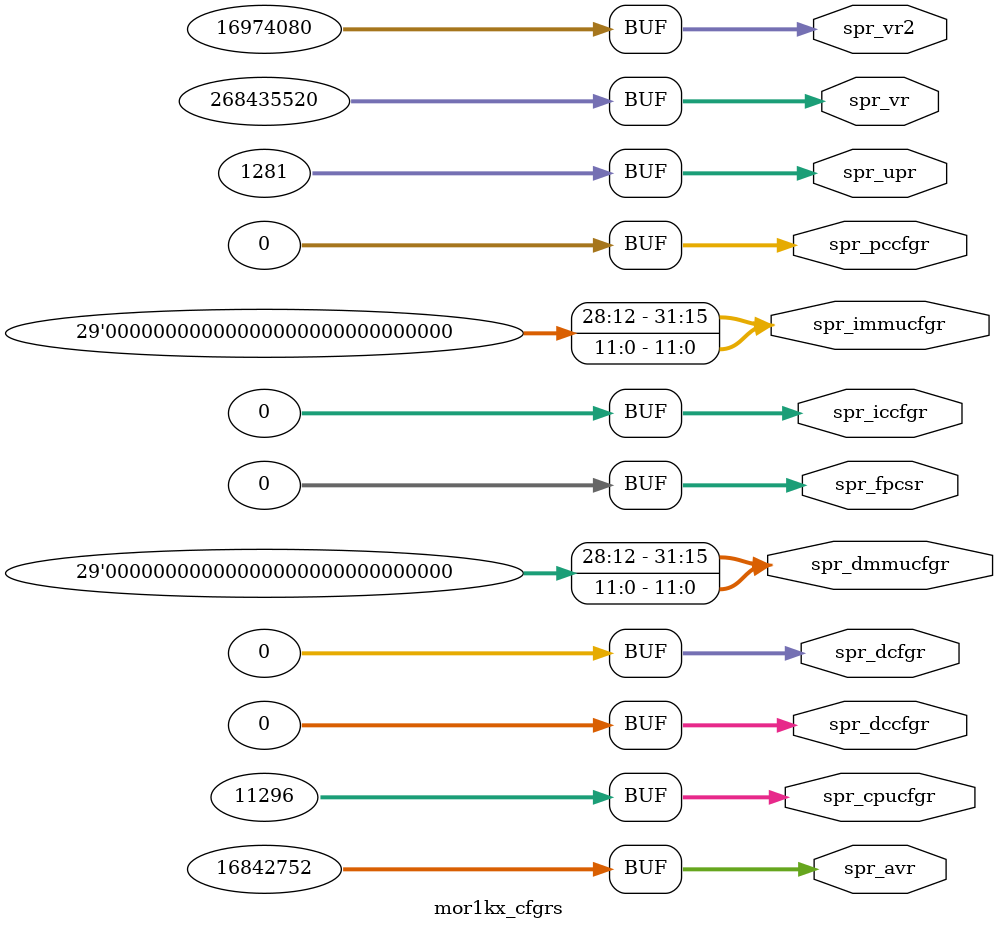
<source format=v>
/* ****************************************************************************
  This Source Code Form is subject to the terms of the
  Open Hardware Description License, v. 1.0. If a copy
  of the OHDL was not distributed with this file, You
  can obtain one at http://juliusbaxter.net/ohdl/ohdl.txt

  Description: mor1kx SPRs indicating configuration and version

  All registers are read only and configured at synthesis time.

  Note that the outputs do not have the usual "_o" prefix on the port names
  as this module is intended to be instantiated without a Verilog-mode
  AUTO_TEMPLATE, and as the module is providing read-only signals, there's
  no confusion about the direction of the ports.

  Copyright (C) 2012 Authors

  Author(s): Julius Baxter <juliusbaxter@gmail.com>

***************************************************************************** */

//`include "mor1kx-defines.v"
 `timescale     1ns/1ps
/* ****************************************************************************
  This Source Code Form is subject to the terms of the
  Open Hardware Description License, v. 1.0. If a copy
  of the OHDL was not distributed with this file, You
  can obtain one at http://juliusbaxter.net/ohdl/ohdl.txt

  Description: mor1kx defines

  Copyright (C) 2012 Authors

  Author(s): Julius Baxter <juliusbaxter@gmail.com>

***************************************************************************** */



/* ****************************************************************************
  This Source Code Form is subject to the terms of the
  Open Hardware Description License, v. 1.0. If a copy
  of the OHDL was not distributed with this file, You
  can obtain one at http://juliusbaxter.net/ohdl/ohdl.txt

  Description: SPR definitions

  Copyright (C) 2012 Authors

  Author(s): Julius Baxter <juliusbaxter@gmail.com>

***************************************************************************** */
`define SPR_BASE(x)   (x/(2**11))
`define SPR_OFFSET(x) (x%(2**11))

//
// Addresses
//
`define OR1K_SPR_SYS_BASE       {5'd0}
`define OR1K_SPR_VR_ADDR        {5'd0,11'd0}
`define OR1K_SPR_UPR_ADDR       {5'd0,11'd1}
`define OR1K_SPR_CPUCFGR_ADDR   {5'd0,11'd2}
`define OR1K_SPR_DMMUCFGR_ADDR  {5'd0,11'd3}
`define OR1K_SPR_IMMUCFGR_ADDR  {5'd0,11'd4}
`define OR1K_SPR_DCCFGR_ADDR    {5'd0,11'd5}
`define OR1K_SPR_ICCFGR_ADDR    {5'd0,11'd6}
`define OR1K_SPR_DCFGR_ADDR     {5'd0,11'd7}
`define OR1K_SPR_PCCFGR_ADDR    {5'd0,11'd8}
`define OR1K_SPR_VR2_ADDR       {5'd0,11'd9}
`define OR1K_SPR_AVR_ADDR       {5'd0,11'd10}
`define OR1K_SPR_EVBAR_ADDR     {5'd0,11'd11}
`define OR1K_SPR_AECR_ADDR      {5'd0,11'd12}
`define OR1K_SPR_AESR_ADDR      {5'd0,11'd13}
`define OR1K_SPR_NPC_ADDR       {5'd0,11'd16}
`define OR1K_SPR_SR_ADDR        {5'd0,11'd17}
`define OR1K_SPR_PPC_ADDR       {5'd0,11'd18}
`define OR1K_SPR_FPCSR_ADDR     {5'd0,11'd20}
`define OR1K_SPR_ISR0_ADDR      {5'd0,11'd21}
`define OR1K_SPR_EPCR0_ADDR     {5'd0,11'd32}
`define OR1K_SPR_EEAR0_ADDR     {5'd0,11'd48}
`define OR1K_SPR_ESR0_ADDR      {5'd0,11'd64}
`define OR1K_SPR_COREID_ADDR    {5'd0,11'd128}
`define OR1K_SPR_NUMCORES_ADDR  {5'd0,11'd129}
`define OR1K_SPR_GPR0_ADDR      {5'd0,11'd1024}

`define OR1K_SPR_DMMU_BASE      {5'd1}
`define OR1K_SPR_DMMUCR_ADDR    {5'd1,11'd0}
`define OR1K_SPR_DMMUPR_ADDR    {5'd1,11'd1}
`define OR1K_SPR_DTLBEIR_ADDR   {5'd1,11'd2}
`define OR1K_SPR_DATBMR0_ADDR   {5'd1,11'd4}
`define OR1K_SPR_DATBTR0_ADDR   {5'd1,11'd8}
`define OR1K_SPR_DTLBW0MR0_ADDR {5'd1,11'd512}
`define OR1K_SPR_DTLBW0TR0_ADDR {5'd1,11'd640}
`define OR1K_SPR_DTLBW1MR0_ADDR {5'd1,11'd768}
`define OR1K_SPR_DTLBW1TR0_ADDR {5'd1,11'd896}
`define OR1K_SPR_DTLBW2MR0_ADDR {5'd1,11'd1024}
`define OR1K_SPR_DTLBW2TR0_ADDR {5'd1,11'd1152}
`define OR1K_SPR_DTLBW3MR0_ADDR {5'd1,11'd1280}
`define OR1K_SPR_DTLBW3TR0_ADDR {5'd1,11'd1408}

`define OR1K_SPR_IMMU_BASE      {5'd2}
`define OR1K_SPR_IMMUCR_ADDR    {5'd2,11'd0}
`define OR1K_SPR_IMMUPR_ADDR    {5'd2,11'd1}
`define OR1K_SPR_ITLBEIR_ADDR   {5'd2,11'd2}
`define OR1K_SPR_IATBMR0_ADDR   {5'd2,11'd4}
`define OR1K_SPR_IATBTR0_ADDR   {5'd2,11'd8}
`define OR1K_SPR_ITLBW0MR0_ADDR {5'd2,11'd512}
`define OR1K_SPR_ITLBW0TR0_ADDR {5'd2,11'd640}
`define OR1K_SPR_ITLBW1MR0_ADDR {5'd2,11'd768}
`define OR1K_SPR_ITLBW1TR0_ADDR {5'd2,11'd896}
`define OR1K_SPR_ITLBW2MR0_ADDR {5'd2,11'd1024}
`define OR1K_SPR_ITLBW2TR0_ADDR {5'd2,11'd1152}
`define OR1K_SPR_ITLBW3MR0_ADDR {5'd2,11'd1280}
`define OR1K_SPR_ITLBW3TR0_ADDR {5'd2,11'd1408}

`define OR1K_SPR_DC_BASE        {5'd3}
`define OR1K_SPR_DCCR_ADDR      {5'd3,11'd0}
`define OR1K_SPR_DCBPR_ADDR     {5'd3,11'd1}
`define OR1K_SPR_DCBFR_ADDR     {5'd3,11'd2}
`define OR1K_SPR_DCBIR_ADDR     {5'd3,11'd3}
`define OR1K_SPR_DCBWR_ADDR     {5'd3,11'd4}
`define OR1K_SPR_DCBLR_ADDR     {5'd3,11'd5}

`define OR1K_SPR_IC_BASE        {5'd4}
`define OR1K_SPR_ICCR_ADDR      {5'd4,11'd0}
`define OR1K_SPR_ICBPR_ADDR     {5'd4,11'd1}
`define OR1K_SPR_ICBIR_ADDR     {5'd4,11'd2}
`define OR1K_SPR_ICBLR_ADDR     {5'd4,11'd3}

`define OR1K_SPR_MAC_BASE       {5'd5}
`define OR1K_SPR_MACLO_ADDR     {5'd5,11'd1}
`define OR1K_SPR_MACHI_ADDR     {5'd5,11'd2}

`define OR1K_SPR_DU_BASE        {5'd6}
`define OR1K_SPR_DVR0_ADDR      {5'd6,11'd0}
`define OR1K_SPR_DCR0_ADDR      {5'd6,11'd8}
`define OR1K_SPR_DMR1_ADDR      {5'd6,11'd16}
`define OR1K_SPR_DMR2_ADDR      {5'd6,11'd17}
`define OR1K_SPR_DCWR0_ADDR     {5'd6,11'd18}
`define OR1K_SPR_DSR_ADDR       {5'd6,11'd20}
`define OR1K_SPR_DRR_ADDR       {5'd6,11'd21}

`define OR1K_SPR_PC_BASE        {5'd7}
`define OR1K_SPR_PCCR0_ADDR     {5'd7,11'd0}
`define OR1K_SPR_PCMR0_ADDR     {5'd7,11'd8}

`define OR1K_SPR_PM_BASE        {5'd8}
`define OR1K_SPR_PMR_ADDR       {5'd8,11'd0}

`define OR1K_SPR_PIC_BASE       {5'd9}
`define OR1K_SPR_PICMR_ADDR     {5'd9,11'd0}
`define OR1K_SPR_PICSR_ADDR     {5'd9,11'd2}

`define OR1K_SPR_TT_BASE        {5'd10}
`define OR1K_SPR_TTMR_ADDR      {5'd10,11'd0}
`define OR1K_SPR_TTCR_ADDR      {5'd10,11'd1}

`define OR1K_SPR_FPU_BASE       {5'd11}

//
// Register bit defines
//

// Supervision Register
`define OR1K_SPR_SR_SM     0  /* Supervisor mode */
`define OR1K_SPR_SR_TEE    1  /* Timer exception enable */
`define OR1K_SPR_SR_IEE    2  /* Interrupt exception enable */
`define OR1K_SPR_SR_DCE    3  /* Data cache enable */
`define OR1K_SPR_SR_ICE    4  /* Instruction cache enable */
`define OR1K_SPR_SR_DME    5  /* Data MMU enable */
`define OR1K_SPR_SR_IME    6  /* Instruction MMU enable */
`define OR1K_SPR_SR_LEE    7  /* Little-endian enable */
`define OR1K_SPR_SR_CE     8  /* CID enable */
`define OR1K_SPR_SR_F      9  /* Flag */
`define OR1K_SPR_SR_CY    10  /* Carry flag */
`define OR1K_SPR_SR_OV    11  /* Overflow flag */
`define OR1K_SPR_SR_OVE   12  /* Overflow exception enable */
`define OR1K_SPR_SR_DSX   13  /* Delay slot exception */
`define OR1K_SPR_SR_EPH   14  /* Exception prefix high */
`define OR1K_SPR_SR_FO    15  /* Fixed to one */
`define OR1K_SPR_SR_SUMRA 16  /* SPR user read mode access */
`define OR1K_SPR_SR_RESERVED 27:17 /* Reserved */
`define OR1K_SPR_SR_CID      31:28 /* Context ID */

// Version register - DEPRECATED
`define OR1K_SPR_VR_REV   5:0  /* Revision */
`define OR1K_SPR_VR_UVRP  6  /* Updated Version Registers Present */
`define OR1K_SPR_VR_RESERVED 15:7 /* Reserved */
`define OR1K_SPR_VR_CFG   23:16  /* Configuration Template */
`define OR1K_SPR_VR_VER   31:24  /* Version */


// Unit Present register
`define OR1K_SPR_UPR_UP    0
`define OR1K_SPR_UPR_DCP   1
`define OR1K_SPR_UPR_ICP   2
`define OR1K_SPR_UPR_DMP   3
`define OR1K_SPR_UPR_IMP   4
`define OR1K_SPR_UPR_MP    5
`define OR1K_SPR_UPR_DUP   6
`define OR1K_SPR_UPR_PCUP  7
`define OR1K_SPR_UPR_PICP  8
`define OR1K_SPR_UPR_PMP   9
`define OR1K_SPR_UPR_TTP  10
`define OR1K_SPR_UPR_RESERVED 23:11
`define OR1K_SPR_UPR_CUP   31:24

// CPU Configuration register
`define OR1K_SPR_CPUCFGR_NSGF   3:0 /* Number of shadow GPRs */
`define OR1K_SPR_CPUCFGR_CFG    4
`define OR1K_SPR_CPUCFGR_OB32S  5
`define OR1K_SPR_CPUCFGR_OB64S  6
`define OR1K_SPR_CPUCFGR_OF32S  7
`define OR1K_SPR_CPUCFGR_OF64S  8
`define OR1K_SPR_CPUCFGR_OV64S  9
`define OR1K_SPR_CPUCFGR_ND     10 /* No delay-slot implementation */
`define OR1K_SPR_CPUCFGR_AVRP   11 /* Arch. version registers */
`define OR1K_SPR_CPUCFGR_EVBARP 12 /* Exception vector base addr reg */
`define OR1K_SPR_CPUCFGR_ISRP   13 /* Implementation specific regs */
`define OR1K_SPR_CPUCFGR_AECSRP 14 /* Arith. exception regs */
`define OR1K_SPR_CPUCFGR_RESERVED 31:15

// Version register 2 (new with OR1K 1.0)
`define OR1K_SPR_VR2_VER 23:0
`define OR1K_SPR_VR2_CPUID 31:24

// Architecture Version register
`define OR1K_SPR_AVR_RESERVED 7:0
`define OR1K_SPR_AVR_REV 15:8
`define OR1K_SPR_AVR_MIN 23:16
`define OR1K_SPR_AVR_MAJ 31:24

// Exception Vector Base Address register
`define OR1K_SPR_EVBAR_RESERVED 12:0
`define OR1K_SPR_EVBAR_EVBA 31:13

// Arithmetic Exception Control register
`define OR1K_SPR_AECR_CYADDE    0
`define OR1K_SPR_AECR_OVADDE    1
`define OR1K_SPR_AECR_CYMULE    2
`define OR1K_SPR_AECR_OVMULE    3
`define OR1K_SPR_AECR_DBZE      4
`define OR1K_SPR_AECR_CYMACADDE 5
`define OR1K_SPR_AECR_OVMACADDE 6
`define OR1K_SPR_AECR_RESERVED  31:7

// Arithmetic Exception Status register
`define OR1K_SPR_AESR_CYADDE    0
`define OR1K_SPR_AESR_OVADDE    1
`define OR1K_SPR_AESR_CYMULE    2
`define OR1K_SPR_AESR_OVMULE    3
`define OR1K_SPR_AESR_DBZE      4
`define OR1K_SPR_AESR_CYMACADDE 5
`define OR1K_SPR_AESR_OVMACADDE 6
`define OR1K_SPR_AESR_RESERVED  31:7

// Tick timer registers
`define OR1K_SPR_TTMR_TP   27:0 /* Time period */
`define OR1K_SPR_TTMR_IP   28   /* Interrupt pending */
`define OR1K_SPR_TTMR_IE   29   /* Interrupt enable */
`define OR1K_SPR_TTMR_M    31:30 /* Mode */
// Tick timer mode values
`define OR1K_SPR_TTMR_M_DIS 2'b00  /* Disabled */
`define OR1K_SPR_TTMR_M_RST 2'b01  /* Restart-on-match mode */
`define OR1K_SPR_TTMR_M_STP 2'b10  /* Stop-on-match mode */
`define OR1K_SPR_TTMR_M_CNT 2'b11  /* Continue counting mode */

// Data Cache Configuration register
`define OR1K_SPR_DCCFGR_NCW   2:0 /* Number of Cache Ways */
`define OR1K_SPR_DCCFGR_NCS   6:3 /* Number of Cache Sets */
`define OR1K_SPR_DCCFGR_CBS   7   /* Cache Block Size */
`define OR1K_SPR_DCCFGR_CWS   8   /* Cache Write Strategy */
`define OR1K_SPR_DCCFGR_CCRI  9   /* Cache Control Register Implemented */
`define OR1K_SPR_DCCFGR_CBIRI 10  /* Cache Block Invalidate Register Implemented */
`define OR1K_SPR_DCCFGR_CBPRI 11  /* Cache Block Prefetch Register Implemented */
`define OR1K_SPR_DCCFGR_CBLRI 12  /* Cache Block Lock Register Implemented */
`define OR1K_SPR_DCCFGR_CBFRI 13  /* Cache Block Flush Register Implemented */
`define OR1K_SPR_DCCFGR_CBWBRI 14 /* Cache Block Write-Back Register Implemented */

// Instruction Cache Configuration register
`define OR1K_SPR_ICCFGR_NCW   2:0 /* Number of Cache Ways */
`define OR1K_SPR_ICCFGR_NCS   6:3 /* Number of Cache Sets */
`define OR1K_SPR_ICCFGR_CBS   7   /* Cache Block Size */
`define OR1K_SPR_ICCFGR_CCRI  9   /* Cache Control Register Implemented */
`define OR1K_SPR_ICCFGR_CBIRI 10  /* Cache Block Invalidate Register Implemented */
`define OR1K_SPR_ICCFGR_CBPRI 11  /* Cache Block Prefetch Register Implemented */
`define OR1K_SPR_ICCFGR_CBLRI 12  /* Cache Block Lock Register Implemented */

// Data MMU Configuration register
`define OR1K_SPR_DMMUFGR_NTW   1:0 /* Number of TLB ways */
`define OR1K_SPR_DMMUFGR_NTS   4:2 /* Number of TLB sets */
`define OR1K_SPR_DMMUFGR_NAE   7:5 /* Number of ATB entries */
`define OR1K_SPR_DMMUFGR_CRI   8   /* Control Register Implemented */
`define OR1K_SPR_DMMUFGR_PRI   9   /* Protection Register Implemented */
`define OR1K_SPR_DMMUFGR_TEIRI 10  /* TLB Entry Invalidate Register Implemented */
`define OR1K_SPR_DMMUFGR_HTR   11  /* Hardware TLB Reload */

// Instruction MMU Configuration register
`define OR1K_SPR_IMMUFGR_NTW   1:0 /* Number of TLB ways */
`define OR1K_SPR_IMMUFGR_NTS   4:2 /* Number of TLB sets */
`define OR1K_SPR_IMMUFGR_NAE   7:5 /* Number of ATB entries */
`define OR1K_SPR_IMMUFGR_CRI   8   /* Control Register Implemented */
`define OR1K_SPR_IMMUFGR_PRI   9   /* Protection Register Implemented */
`define OR1K_SPR_IMMUFGR_TEIRI 10  /* TLB Entry Invalidate Register Implemented */
`define OR1K_SPR_IMMUFGR_HTR   11  /* Hardware TLB Reload */

// Debug Mode Register 1
`define OR1K_SPR_DMR1_ST 22
`define OR1K_SPR_DMR1_BT 23

// Debug Stop Register
`define OR1K_SPR_DSR_RSTE  0
`define OR1K_SPR_DSR_BUSEE 1
`define OR1K_SPR_DSR_DPFE  2
`define OR1K_SPR_DSR_IPFE  3
`define OR1K_SPR_DSR_TTE   4
`define OR1K_SPR_DSR_AE    5
`define OR1K_SPR_DSR_IIE   6
`define OR1K_SPR_DSR_INTE  7
`define OR1K_SPR_DSR_DME   8
`define OR1K_SPR_DSR_IME   9
`define OR1K_SPR_DSR_RE   10
`define OR1K_SPR_DSR_SCE  11
`define OR1K_SPR_DSR_FPE  12
`define OR1K_SPR_DSR_TE   13

`define OR1K_SPR_DRR_RSTE  0
`define OR1K_SPR_DRR_BUSEE 1
`define OR1K_SPR_DRR_DPFE  2
`define OR1K_SPR_DRR_IPFE  3
`define OR1K_SPR_DRR_TTE   4
`define OR1K_SPR_DRR_AE    5
`define OR1K_SPR_DRR_IIE   6
`define OR1K_SPR_DRR_IE    7
`define OR1K_SPR_DRR_DME   8
`define OR1K_SPR_DRR_IME   9
`define OR1K_SPR_DRR_RE   10
`define OR1K_SPR_DRR_SCE  11
`define OR1K_SPR_DRR_FPE  12
`define OR1K_SPR_DRR_TE   13

// Implementation-specific SPR defines
`define MOR1KX_SPR_SR_WIDTH 16
`define MOR1KX_SPR_SR_RESET_VALUE `MOR1KX_SPR_SR_WIDTH'h8001


/* ORBIS32 opcodes - top 6 bits */

`define OR1K_INSN_WIDTH 32

`define OR1K_RD_SELECT 25:21
`define OR1K_RA_SELECT 20:16
`define OR1K_RB_SELECT 15:11

`define OR1K_IMM_WIDTH 16
`define OR1K_IMM_SELECT 15:0

`define OR1K_ALU_OPC_WIDTH 4
`define OR1K_ALU_OPC_SELECT 3:0

`define OR1K_ALU_OPC_ADD   `OR1K_ALU_OPC_WIDTH'h0
`define OR1K_ALU_OPC_ADDC  `OR1K_ALU_OPC_WIDTH'h1
`define OR1K_ALU_OPC_SUB   `OR1K_ALU_OPC_WIDTH'h2
`define OR1K_ALU_OPC_AND   `OR1K_ALU_OPC_WIDTH'h3
`define OR1K_ALU_OPC_OR    `OR1K_ALU_OPC_WIDTH'h4
`define OR1K_ALU_OPC_XOR   `OR1K_ALU_OPC_WIDTH'h5
`define OR1K_ALU_OPC_MUL   `OR1K_ALU_OPC_WIDTH'h6
`define OR1K_ALU_OPC_RESV  `OR1K_ALU_OPC_WIDTH'h7
`define OR1K_ALU_OPC_SHRT  `OR1K_ALU_OPC_WIDTH'h8
`define OR1K_ALU_OPC_DIV   `OR1K_ALU_OPC_WIDTH'h9
`define OR1K_ALU_OPC_DIVU  `OR1K_ALU_OPC_WIDTH'ha
`define OR1K_ALU_OPC_MULU  `OR1K_ALU_OPC_WIDTH'hb
`define OR1K_ALU_OPC_EXTBH `OR1K_ALU_OPC_WIDTH'hc
`define OR1K_ALU_OPC_EXTW  `OR1K_ALU_OPC_WIDTH'hd
`define OR1K_ALU_OPC_CMOV  `OR1K_ALU_OPC_WIDTH'he
`define OR1K_ALU_OPC_FFL1  `OR1K_ALU_OPC_WIDTH'hf

`define OR1K_ALU_OPC_SECONDARY_WIDTH 3
`define OR1K_ALU_OPC_SECONDARY_SELECT 8:6

`define OR1K_ALU_OPC_SECONDARY_SHRT_SLL `OR1K_ALU_OPC_SECONDARY_WIDTH'h0
`define OR1K_ALU_OPC_SECONDARY_SHRT_SRL `OR1K_ALU_OPC_SECONDARY_WIDTH'h1
`define OR1K_ALU_OPC_SECONDARY_SHRT_SRA `OR1K_ALU_OPC_SECONDARY_WIDTH'h2
`define OR1K_ALU_OPC_SECONDARY_SHRT_ROR `OR1K_ALU_OPC_SECONDARY_WIDTH'h3

`define OR1K_COMP_OPC_WIDTH 4
`define OR1K_COMP_OPC_SELECT 24:21
`define OR1K_COMP_OPC_EQ  `OR1K_COMP_OPC_WIDTH'h0
`define OR1K_COMP_OPC_NE  `OR1K_COMP_OPC_WIDTH'h1
`define OR1K_COMP_OPC_GTU `OR1K_COMP_OPC_WIDTH'h2
`define OR1K_COMP_OPC_GEU `OR1K_COMP_OPC_WIDTH'h3
`define OR1K_COMP_OPC_LTU `OR1K_COMP_OPC_WIDTH'h4
`define OR1K_COMP_OPC_LEU `OR1K_COMP_OPC_WIDTH'h5
`define OR1K_COMP_OPC_GTS `OR1K_COMP_OPC_WIDTH'ha
`define OR1K_COMP_OPC_GES `OR1K_COMP_OPC_WIDTH'hb
`define OR1K_COMP_OPC_LTS `OR1K_COMP_OPC_WIDTH'hc
`define OR1K_COMP_OPC_LES `OR1K_COMP_OPC_WIDTH'hd

`define OR1K_JUMPBRANCH_IMMEDIATE_SELECT 25:0

`define OR1K_SYSTRAPSYNC_OPC_WIDTH 3
`define OR1K_SYSTRAPSYNC_OPC_SELECT 25:23
`define OR1K_SYSTRAPSYNC_OPC_SYSCALL `OR1K_SYSTRAPSYNC_OPC_WIDTH'h0
`define OR1K_SYSTRAPSYNC_OPC_TRAP `OR1K_SYSTRAPSYNC_OPC_WIDTH'h2
`define OR1K_SYSTRAPSYNC_OPC_MSYNC `OR1K_SYSTRAPSYNC_OPC_WIDTH'h4
`define OR1K_SYSTRAPSYNC_OPC_PSYNC `OR1K_SYSTRAPSYNC_OPC_WIDTH'h5
`define OR1K_SYSTRAPSYNC_OPC_CSYNC `OR1K_SYSTRAPSYNC_OPC_WIDTH'h6

`define OR1K_OPCODE_WIDTH 6
`define OR1K_OPCODE_SELECT 31:26

`define OR1K_OPCODE_J       {2'b00, 4'h0}
`define OR1K_OPCODE_JAL     {2'b00, 4'h1}
`define OR1K_OPCODE_BNF     {2'b00, 4'h3}
`define OR1K_OPCODE_BF      {2'b00, 4'h4}
`define OR1K_OPCODE_NOP     {2'b00, 4'h5}
`define OR1K_OPCODE_MOVHI   {2'b00, 4'h6}
`define OR1K_OPCODE_MACRC   {2'b00, 4'h6}

/*
`define OR1K_OPCODE_SYS     {2'b00, 4'h8}
`define OR1K_OPCODE_TRAP    {2'b00, 4'h8}
`define OR1K_OPCODE_MSYNC   {2'b00, 4'h8}
`define OR1K_OPCODE_PSYNC   {2'b00, 4'h8}
`define OR1K_OPCODE_CSYNC   {2'b00, 4'h8}
 */
`define OR1K_OPCODE_SYSTRAPSYNC {2'b00, 4'h8}
`define OR1K_OPCODE_RFE     {2'b00, 4'h9}

`define OR1K_OPCODE_JR      {2'b01, 4'h1}
`define OR1K_OPCODE_JALR    {2'b01, 4'h2}
`define OR1K_OPCODE_MACI    {2'b01, 4'h3}
`define OR1K_OPCODE_LWA     {2'b01, 4'hB}
`define OR1K_OPCODE_CUST1   {2'b01, 4'hC}
`define OR1K_OPCODE_CUST2   {2'b01, 4'hD}
`define OR1K_OPCODE_CUST3   {2'b01, 4'hE}
`define OR1K_OPCODE_CUST4   {2'b01, 4'hF}

`define OR1K_OPCODE_LD      {2'b10, 4'h0}
`define OR1K_OPCODE_LWZ     {2'b10, 4'h1}
`define OR1K_OPCODE_LWS     {2'b10, 4'h2}
`define OR1K_OPCODE_LBZ     {2'b10, 4'h3}
`define OR1K_OPCODE_LBS     {2'b10, 4'h4}
`define OR1K_OPCODE_LHZ     {2'b10, 4'h5}
`define OR1K_OPCODE_LHS     {2'b10, 4'h6}

`define OR1K_OPCODE_ADDI    {2'b10, 4'h7}
`define OR1K_OPCODE_ADDIC   {2'b10, 4'h8}
`define OR1K_OPCODE_ANDI    {2'b10, 4'h9}
`define OR1K_OPCODE_ORI     {2'b10, 4'hA}
`define OR1K_OPCODE_XORI    {2'b10, 4'hB}
`define OR1K_OPCODE_MULI    {2'b10, 4'hC}
`define OR1K_OPCODE_MFSPR   {2'b10, 4'hD}
/*
`define OR1K_OPCODE_SLLI    {2'b10, 4'hE}
`define OR1K_OPCODE_SRLI    {2'b10, 4'hE}
`define OR1K_OPCODE_SRAI    {2'b10, 4'hE}
`define OR1K_OPCODE_RORI    {2'b10, 4'hE}
*/
`define OR1K_OPCODE_SHRTI    {2'b10, 4'hE}

/*
`define OR1K_OPCODE_SFEQI   {2'b10, 4'hF}
`define OR1K_OPCODE_SFNEI   {2'b10, 4'hF}
`define OR1K_OPCODE_SFGTUI  {2'b10, 4'hF}
`define OR1K_OPCODE_SFGEUI  {2'b10, 4'hF}
`define OR1K_OPCODE_SFLTUI  {2'b10, 4'hF}
`define OR1K_OPCODE_SFLEUI  {2'b10, 4'hF}
`define OR1K_OPCODE_SFGTSI  {2'b10, 4'hF}
`define OR1K_OPCODE_SFGESI  {2'b10, 4'hF}
`define OR1K_OPCODE_SFLTSI  {2'b10, 4'hF}
`define OR1K_OPCODE_SFLESI  {2'b10, 4'hF}
*/
`define OR1K_OPCODE_SFIMM   {2'b10, 4'hF}

`define OR1K_OPCODE_MTSPR   {2'b11, 4'h0}
`define OR1K_OPCODE_MAC     {2'b11, 4'h1}
`define OR1K_OPCODE_MSB     {2'b11, 4'h1}

`define OR1K_OPCODE_SWA     {2'b11, 4'h3}
`define OR1K_OPCODE_SD      {2'b11, 4'h4}
`define OR1K_OPCODE_SW      {2'b11, 4'h5}
`define OR1K_OPCODE_SB      {2'b11, 4'h6}
`define OR1K_OPCODE_SH      {2'b11, 4'h7}

/*
`define OR1K_OPCODE_ADD     {2'b11, 4'h8}
`define OR1K_OPCODE_ADDC    {2'b11, 4'h8}
`define OR1K_OPCODE_SUB     {2'b11, 4'h8}
`define OR1K_OPCODE_AND     {2'b11, 4'h8}
`define OR1K_OPCODE_OR      {2'b11, 4'h8}
`define OR1K_OPCODE_XOR     {2'b11, 4'h8}
`define OR1K_OPCODE_MUL     {2'b11, 4'h8}

`define OR1K_OPCODE_SLL     {2'b11, 4'h8}
`define OR1K_OPCODE_SRL     {2'b11, 4'h8}
`define OR1K_OPCODE_SRA     {2'b11, 4'h8}
`define OR1K_OPCODE_ROR     {2'b11, 4'h8}
`define OR1K_OPCODE_DIV     {2'b11, 4'h8}
`define OR1K_OPCODE_DIVU    {2'b11, 4'h8}
`define OR1K_OPCODE_MULU    {2'b11, 4'h8}
`define OR1K_OPCODE_EXTBS   {2'b11, 4'h8}
`define OR1K_OPCODE_EXTHS   {2'b11, 4'h8}
`define OR1K_OPCODE_EXTWS   {2'b11, 4'h8}
`define OR1K_OPCODE_EXTBZ   {2'b11, 4'h8}
`define OR1K_OPCODE_EXTHZ   {2'b11, 4'h8}
`define OR1K_OPCODE_EXTWZ   {2'b11, 4'h8}
`define OR1K_OPCODE_CMOV    {2'b11, 4'h8}
`define OR1K_OPCODE_FF1     {2'b11, 4'h8}
`define OR1K_OPCODE_FL1     {2'b11, 4'h8}
*/
`define OR1K_OPCODE_ALU     {2'b11, 4'h8}

/*
`define OR1K_OPCODE_SFEQ    {2'b11, 4'h9}
`define OR1K_OPCODE_SFNE    {2'b11, 4'h9}
`define OR1K_OPCODE_SFGTU   {2'b11, 4'h9}
`define OR1K_OPCODE_SFGEU   {2'b11, 4'h9}
`define OR1K_OPCODE_SFLTU   {2'b11, 4'h9}
`define OR1K_OPCODE_SFLEU   {2'b11, 4'h9}
`define OR1K_OPCODE_SFGTS   {2'b11, 4'h9}
`define OR1K_OPCODE_SFGES   {2'b11, 4'h9}
`define OR1K_OPCODE_SFLTS   {2'b11, 4'h9}
`define OR1K_OPCODE_SFLES   {2'b11, 4'h9}
*/
`define OR1K_OPCODE_SF      {2'b11, 4'h9}

`define OR1K_OPCODE_CUST5   {2'b11, 4'hC}
`define OR1K_OPCODE_CUST6   {2'b11, 4'hD}
`define OR1K_OPCODE_CUST7   {2'b11, 4'hE}
`define OR1K_OPCODE_CUST8   {2'b11, 4'hF}

//
// OR1K SPR defines
//
//`include "mor1kx_sprs.v"

/* Exception addresses */
`define OR1K_RESET_VECTOR    5'h01
`define OR1K_BERR_VECTOR     5'h02
`define OR1K_DPF_VECTOR      5'h03
`define OR1K_IPF_VECTOR      5'h04
`define OR1K_TT_VECTOR       5'h05
`define OR1K_ALIGN_VECTOR    5'h06
`define OR1K_ILLEGAL_VECTOR  5'h07
`define OR1K_INT_VECTOR      5'h08
`define OR1K_DTLB_VECTOR     5'h09
`define OR1K_ITLB_VECTOR     5'h0a
`define OR1K_RANGE_VECTOR    5'h0b
`define OR1K_SYSCALL_VECTOR  5'h0c
`define OR1K_FP_VECTOR       5'h0d
`define OR1K_TRAP_VECTOR     5'h0e

// Whether we'll allow things using AYNC reset to have it:
//`define OR_ASYNC_RST or posedge rst
`define OR_ASYNC_RST

// Implementation version defines
`define MOR1KX_CPUID 8'h01
// mor1kx breaks up the VR2 version register to be 3 8-bit fields
// MSB is major version, middle byte is minor version number
// and final byte is the pipeline identifier.
`define MOR1KX_VERSION_MAJOR 8'd3
`define MOR1KX_VERSION_MINOR 8'd1

// mor1kx implementation-specific register definitions
`define MOR1KX_PIPEID_CAPPUCCINO 8'd1
`define MOR1KX_PIPEID_ESPRESSO   8'd2
`define MOR1KX_PIPEID_PRONTOESPRESSO 8'd3



module mor1kx_cfgrs
  #(
    parameter FEATURE_SYSCALL            = "ENABLED",
    parameter FEATURE_TRAP               = "ENABLED",
    parameter FEATURE_RANGE              = "ENABLED",

    parameter FEATURE_DATACACHE          = "NONE",
    parameter OPTION_DCACHE_BLOCK_WIDTH  = 5,
    parameter OPTION_DCACHE_SET_WIDTH    = 9,
    parameter OPTION_DCACHE_WAYS         = 2,
    parameter FEATURE_DMMU               = "NONE",
    parameter OPTION_DMMU_SET_WIDTH      = 6,
    parameter OPTION_DMMU_WAYS           = 1,
    parameter FEATURE_INSTRUCTIONCACHE   = "NONE",
    parameter OPTION_ICACHE_BLOCK_WIDTH  = 5,
    parameter OPTION_ICACHE_SET_WIDTH    = 9,
    parameter OPTION_ICACHE_WAYS         = 2,
    parameter FEATURE_IMMU               = "NONE",
    parameter OPTION_IMMU_SET_WIDTH      = 6,
    parameter OPTION_IMMU_WAYS           = 1,
    parameter FEATURE_PIC                = "ENABLED",
    parameter FEATURE_TIMER              = "ENABLED",
    parameter FEATURE_DEBUGUNIT          = "NONE",
    parameter FEATURE_PERFCOUNTERS       = "NONE",
    parameter FEATURE_PMU                = "NONE",
    parameter FEATURE_MAC                = "NONE",
    parameter FEATURE_FPU                = "NONE",

    parameter OPTION_PIC_TRIGGER         = "LEVEL",

    parameter FEATURE_DSX                = "NONE",
    parameter FEATURE_FASTCONTEXTS       = "NONE",
    parameter OPTION_RF_NUM_SHADOW_GPR   = 0,
    parameter FEATURE_OVERFLOW           = "NONE",

    parameter FEATURE_DELAYSLOT          = "NONE",

    parameter FEATURE_EVBAR              = "NONE",
    parameter FEATURE_AECSR              = "NONE"
    )
   (
    output [31:0] spr_vr,
    output [31:0] spr_vr2,
    output [31:0] spr_upr,
    output [31:0] spr_cpucfgr,
    output [31:0] spr_dmmucfgr,
    output [31:0] spr_immucfgr,
    output [31:0] spr_dccfgr,
    output [31:0] spr_iccfgr,
    output [31:0] spr_dcfgr,
    output [31:0] spr_pccfgr,
    output [31:0] spr_fpcsr,
    output [31:0] spr_avr
    );

   assign spr_vr[`OR1K_SPR_VR_REV] = 0;
   assign spr_vr[`OR1K_SPR_VR_UVRP] = 1;
   assign spr_vr[`OR1K_SPR_VR_RESERVED] = 0;
   assign spr_vr[`OR1K_SPR_VR_CFG] = 0;
   assign spr_vr[`OR1K_SPR_VR_VER] = 8'h10;

   assign spr_upr[`OR1K_SPR_UPR_UP] = 1;
   assign spr_upr[`OR1K_SPR_UPR_DCP] = (FEATURE_DATACACHE!="NONE");
   assign spr_upr[`OR1K_SPR_UPR_ICP] = (FEATURE_INSTRUCTIONCACHE!="NONE");
   assign spr_upr[`OR1K_SPR_UPR_DMP] = (FEATURE_DMMU!="NONE");
   assign spr_upr[`OR1K_SPR_UPR_IMP] = (FEATURE_IMMU!="NONE");
   assign spr_upr[`OR1K_SPR_UPR_MP] = (FEATURE_MAC!="NONE");
   assign spr_upr[`OR1K_SPR_UPR_DUP] = (FEATURE_DEBUGUNIT!="NONE");
   assign spr_upr[`OR1K_SPR_UPR_PCUP] = (FEATURE_PERFCOUNTERS!="NONE");
   assign spr_upr[`OR1K_SPR_UPR_PICP] = (FEATURE_PIC!="NONE");
   assign spr_upr[`OR1K_SPR_UPR_PMP] = (FEATURE_PMU!="NONE");
   assign spr_upr[`OR1K_SPR_UPR_TTP] = (FEATURE_TIMER!="NONE");
   assign spr_upr[`OR1K_SPR_UPR_RESERVED] = 0;
   assign spr_upr[`OR1K_SPR_UPR_CUP] = 0;

   assign spr_cpucfgr[`OR1K_SPR_CPUCFGR_NSGF] = OPTION_RF_NUM_SHADOW_GPR;
   assign spr_cpucfgr[`OR1K_SPR_CPUCFGR_CFG] = 0;
   assign spr_cpucfgr[`OR1K_SPR_CPUCFGR_OB32S] = 1;
   assign spr_cpucfgr[`OR1K_SPR_CPUCFGR_OB64S] = 0;
   assign spr_cpucfgr[`OR1K_SPR_CPUCFGR_OF32S] = 0;
   assign spr_cpucfgr[`OR1K_SPR_CPUCFGR_OF64S] = 0;
   assign spr_cpucfgr[`OR1K_SPR_CPUCFGR_OV64S] = 0;
   assign spr_cpucfgr[`OR1K_SPR_CPUCFGR_ND] = (FEATURE_DELAYSLOT=="NONE");
   /* AVR will always be present in mor1kx */
   assign spr_cpucfgr[`OR1K_SPR_CPUCFGR_AVRP] = 1;
   assign spr_cpucfgr[`OR1K_SPR_CPUCFGR_EVBARP] = (FEATURE_EVBAR!="NONE");
   /* ISRs will always be present */
   assign spr_cpucfgr[`OR1K_SPR_CPUCFGR_ISRP] = 1;
   assign spr_cpucfgr[`OR1K_SPR_CPUCFGR_AECSRP] = (FEATURE_AECSR!="NONE");
   assign spr_cpucfgr[`OR1K_SPR_CPUCFGR_RESERVED] = 0;

   /* Version register 2 */
   /* Implementation ID as per:
      http://opencores.org/or1k/OR1K_CPU_Cores#CPU_ID_Table
      mor1kx breaks up the VR2[23:0] to be 3 8-bit fields
      23:16 - Major version number
      15:8  - Minor version number
      7:0   - Pipeline implementation identifier (set outside of this module)
   */
   assign spr_vr2[`OR1K_SPR_VR2_CPUID] = `MOR1KX_CPUID;
   assign spr_vr2[`OR1K_SPR_VR2_VER] = {`MOR1KX_VERSION_MAJOR,
                                        `MOR1KX_VERSION_MINOR,
                                        8'd0};

   /* Currently supporting OR1K version 1.1 rev0 */
   assign spr_avr[`OR1K_SPR_AVR_MAJ] = 8'd1;
   assign spr_avr[`OR1K_SPR_AVR_MIN] = 8'd1;
   assign spr_avr[`OR1K_SPR_AVR_REV] = 8'd0;
   assign spr_avr[`OR1K_SPR_AVR_RESERVED] = 0;

   /* Data MMU Configuration Register */
   /* Reserved */
   assign spr_dmmucfgr[31:15] = 0;
   /* Hardware TLB Reload */
   assign spr_dmmucfgr[`OR1K_SPR_DMMUFGR_HTR] = 0;
   /* TLB Entry Invalidate Register Implemented */
   assign spr_dmmucfgr[`OR1K_SPR_DMMUFGR_TEIRI] = 0;
   /* Protection Register Implemented */
   assign spr_dmmucfgr[`OR1K_SPR_DMMUFGR_PRI] = 0;
   /* Control Register Implemented */
   assign spr_dmmucfgr[`OR1K_SPR_DMMUFGR_CRI] = 0;
   /* Number of ATB entries */
   assign spr_dmmucfgr[`OR1K_SPR_DMMUFGR_NAE] = 0;
   /* Number of TLB sets */
   assign spr_dmmucfgr[`OR1K_SPR_DMMUFGR_NTS] = (FEATURE_DMMU!="NONE") ?
						OPTION_DMMU_SET_WIDTH : 0;
   /* Number of TLB ways */
   assign spr_dmmucfgr[`OR1K_SPR_DMMUFGR_NTW] = (FEATURE_DMMU!="NONE") ?
						OPTION_DMMU_WAYS-1 : 0;

   /* Instruction MMU Configuration Register */
   /* Reserved */
   assign spr_immucfgr[31:15] = 0;
   /* Hardware TLB Reload */
   assign spr_immucfgr[`OR1K_SPR_IMMUFGR_HTR] = 0;
   /* TLB Entry Invalidate Register Implemented */
   assign spr_immucfgr[`OR1K_SPR_IMMUFGR_TEIRI] = 0;
   /* Protection Register Implemented */
   assign spr_immucfgr[`OR1K_SPR_IMMUFGR_PRI] = 0;
   /* Control Register Implemented */
   assign spr_immucfgr[`OR1K_SPR_IMMUFGR_CRI] = 0;
   /* Number of ATB entries */
   assign spr_immucfgr[`OR1K_SPR_IMMUFGR_NAE] = 0;
   /* Number of TLB sets */
   assign spr_immucfgr[`OR1K_SPR_IMMUFGR_NTS] = (FEATURE_IMMU!="NONE") ?
						OPTION_IMMU_SET_WIDTH : 0;
   /* Number of TLB ways */
   assign spr_immucfgr[`OR1K_SPR_IMMUFGR_NTW] = (FEATURE_IMMU!="NONE") ?
						OPTION_IMMU_WAYS-1 : 0;

   /* Data Cache Configuration register */
   /* Reserved */
   assign spr_dccfgr[31:15] = 0;
   /* Cache Block Write-Back Register Implemented */
   assign spr_dccfgr[`OR1K_SPR_DCCFGR_CBWBRI] = 0;
   /* Cache Block Flush Register Implemented */
   assign spr_dccfgr[`OR1K_SPR_DCCFGR_CBFRI] = (FEATURE_DATACACHE!="NONE");
   /* Cache Block Lock Register Implemented */
   assign spr_dccfgr[`OR1K_SPR_DCCFGR_CBLRI] = 0;
   /* Cache Block Prefetch Register Implemented */
   assign spr_dccfgr[`OR1K_SPR_DCCFGR_CBPRI] = 0;
   /* Cache Block Invalidate Register Implemented */
   assign spr_dccfgr[`OR1K_SPR_DCCFGR_CBIRI] = (FEATURE_DATACACHE!="NONE");
   /* Cache Control Register Implemented */
   assign spr_dccfgr[`OR1K_SPR_DCCFGR_CCRI] = 0;
   /* Cache Write Strategy (0 = write-through, 1 = write-back) */
   assign spr_dccfgr[`OR1K_SPR_DCCFGR_CWS] = 0;
   /* Cache Block Size (0 = 16 bytes, 1 = 32 bytes) */
   assign spr_dccfgr[`OR1K_SPR_DCCFGR_CBS] = (FEATURE_DATACACHE!="NONE") ?
                                             (OPTION_DCACHE_BLOCK_WIDTH == 5 ?
					      1 : 0) :  0;
  /* Number of Cache Sets */
   assign spr_dccfgr[`OR1K_SPR_DCCFGR_NCS] = (FEATURE_DATACACHE!="NONE") ?
                                             OPTION_DCACHE_SET_WIDTH : 0;
   /* Number of Cache Ways */
   assign spr_dccfgr[`OR1K_SPR_DCCFGR_NCW] = (FEATURE_DATACACHE!="NONE") ?
                                             (OPTION_DCACHE_WAYS == 1) ? 3'd0 :
                                             (OPTION_DCACHE_WAYS == 2) ? 3'd1 :
                                             (OPTION_DCACHE_WAYS == 4) ? 3'd2 :
                                             (OPTION_DCACHE_WAYS == 8) ? 3'd3 :
                                             (OPTION_DCACHE_WAYS == 16) ? 3'd4 :
                                             (OPTION_DCACHE_WAYS == 32) ? 3'd5 :
                                             3'd0 : 3'd0;

   /* Instruction Cache Configuration register */
   /* Reserved */
   assign spr_iccfgr[31:13] = 0;
   assign spr_iccfgr[8] = 0;
   /* Cache Block Lock Register Implemented */
   assign spr_iccfgr[`OR1K_SPR_ICCFGR_CBLRI] = 0;
   /* Cache Block Prefetch Register Implemented */
   assign spr_iccfgr[`OR1K_SPR_ICCFGR_CBPRI] = 0;
   /* Cache Block Invalidate Register Implemented */
   assign spr_iccfgr[`OR1K_SPR_ICCFGR_CBIRI] = (FEATURE_INSTRUCTIONCACHE!="NONE");
   /* Cache Control Register Implemented */
   assign spr_iccfgr[`OR1K_SPR_ICCFGR_CCRI] = 0;
   /* Cache Block Size (0 = 16 bytes, 1 = 32 bytes) */
   assign spr_iccfgr[`OR1K_SPR_ICCFGR_CBS] = (FEATURE_INSTRUCTIONCACHE!="NONE") ?
                                             (OPTION_ICACHE_BLOCK_WIDTH == 5 ?
					      1 : 0) :  0;
  /* Number of Cache Sets */
   assign spr_iccfgr[`OR1K_SPR_ICCFGR_NCS] = (FEATURE_INSTRUCTIONCACHE!="NONE") ?
                                             OPTION_ICACHE_SET_WIDTH : 0;
   /* Number of Cache Ways */
   assign spr_iccfgr[`OR1K_SPR_ICCFGR_NCW] = (FEATURE_INSTRUCTIONCACHE!="NONE") ?
                                             (OPTION_ICACHE_WAYS == 1) ? 3'd0 :
                                             (OPTION_ICACHE_WAYS == 2) ? 3'd1 :
                                             (OPTION_ICACHE_WAYS == 4) ? 3'd2 :
                                             (OPTION_ICACHE_WAYS == 8) ? 3'd3 :
                                             (OPTION_ICACHE_WAYS == 16) ? 3'd4 :
                                             (OPTION_ICACHE_WAYS == 32) ? 3'd5 :
                                             3'd0 : 3'd0;

   assign spr_dcfgr = 0;
   assign spr_pccfgr = 0;
   assign spr_fpcsr = 0;

endmodule // mor1kx_cfgrs

</source>
